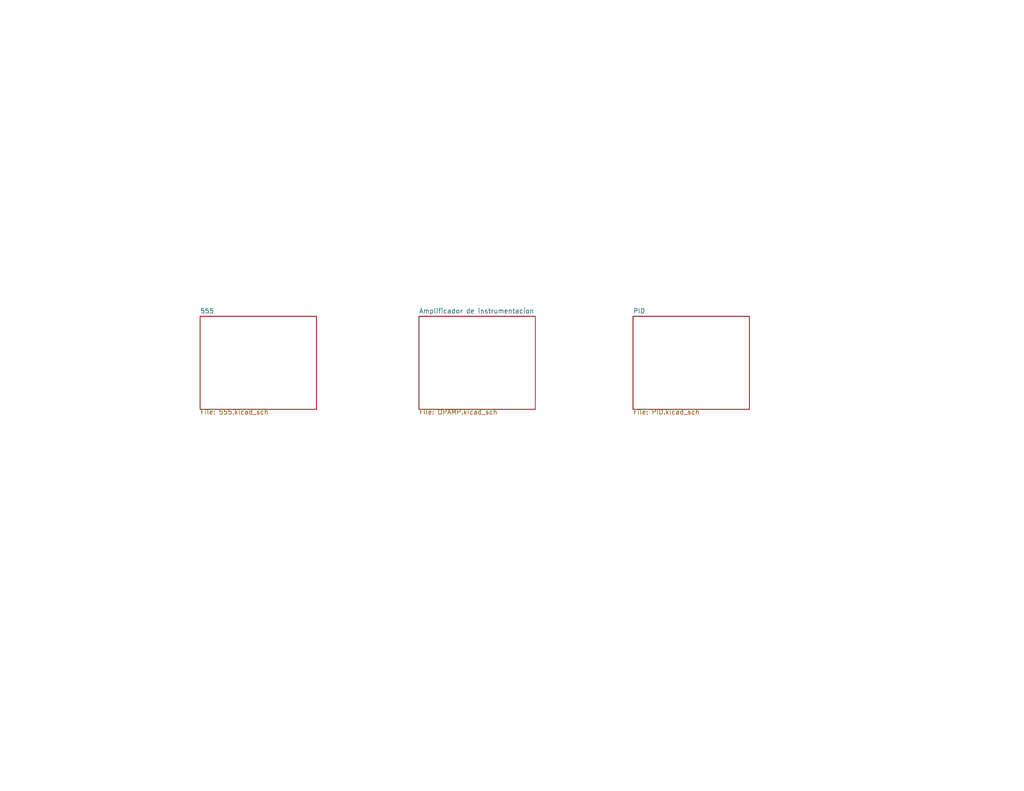
<source format=kicad_sch>
(kicad_sch (version 20211123) (generator eeschema)
  (paper "USLetter")
  (title_block (title "Proyecto") (date "2022-10-03") (rev "1.0") (company "Cristóbal Cuevas Lagos"))
  (lib_symbols)
  (sheet (at 172.72 86.36) (size 31.75 25.4) (stroke (width 0.1524))
    (property "Sheet name" "PID" (at 172.72 85.6484 0) (effects (justify left bottom)))
    (property "Sheet file" "PID.kicad_sch" (at 172.72 111.76 0) (effects (justify left top)))
  )
  (sheet (at 54.61 86.36) (size 31.75 25.4) (stroke (width 0.1524))
    (property "Sheet name" "555" (at 54.61 85.6484 0) (effects (justify left bottom)))
    (property "Sheet file" "555.kicad_sch" (at 54.61 111.76 0) (effects (justify left top)))
  )
  (sheet (at 114.3 86.36) (size 31.75 25.4) (stroke (width 0.1524))
    (property "Sheet name" "Amplificador de instrumentacion" (at 114.3 85.6484 0) (effects (justify left bottom)))
    (property "Sheet file" "OPAMP.kicad_sch" (at 114.3 111.76 0) (effects (justify left top)))
  )
)
</source>
